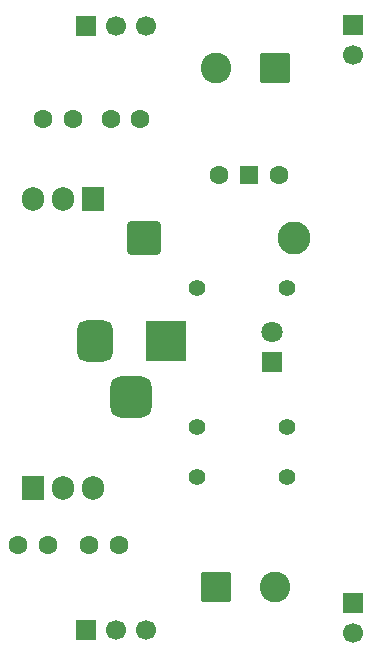
<source format=gbr>
%TF.GenerationSoftware,KiCad,Pcbnew,9.0.7*%
%TF.CreationDate,2026-02-03T15:10:29+02:00*%
%TF.ProjectId,Breadboard_Power_Supply,42726561-6462-46f6-9172-645f506f7765,2*%
%TF.SameCoordinates,Original*%
%TF.FileFunction,Soldermask,Bot*%
%TF.FilePolarity,Negative*%
%FSLAX46Y46*%
G04 Gerber Fmt 4.6, Leading zero omitted, Abs format (unit mm)*
G04 Created by KiCad (PCBNEW 9.0.7) date 2026-02-03 15:10:29*
%MOMM*%
%LPD*%
G01*
G04 APERTURE LIST*
G04 Aperture macros list*
%AMRoundRect*
0 Rectangle with rounded corners*
0 $1 Rounding radius*
0 $2 $3 $4 $5 $6 $7 $8 $9 X,Y pos of 4 corners*
0 Add a 4 corners polygon primitive as box body*
4,1,4,$2,$3,$4,$5,$6,$7,$8,$9,$2,$3,0*
0 Add four circle primitives for the rounded corners*
1,1,$1+$1,$2,$3*
1,1,$1+$1,$4,$5*
1,1,$1+$1,$6,$7*
1,1,$1+$1,$8,$9*
0 Add four rect primitives between the rounded corners*
20,1,$1+$1,$2,$3,$4,$5,0*
20,1,$1+$1,$4,$5,$6,$7,0*
20,1,$1+$1,$6,$7,$8,$9,0*
20,1,$1+$1,$8,$9,$2,$3,0*%
G04 Aperture macros list end*
%ADD10C,1.400000*%
%ADD11RoundRect,0.250001X-1.149999X-1.149999X1.149999X-1.149999X1.149999X1.149999X-1.149999X1.149999X0*%
%ADD12C,2.800000*%
%ADD13C,1.600000*%
%ADD14R,1.700000X1.700000*%
%ADD15C,1.700000*%
%ADD16R,1.500000X1.500000*%
%ADD17R,1.905000X2.000000*%
%ADD18O,1.905000X2.000000*%
%ADD19R,3.500000X3.500000*%
%ADD20RoundRect,0.750000X-0.750000X-1.000000X0.750000X-1.000000X0.750000X1.000000X-0.750000X1.000000X0*%
%ADD21RoundRect,0.875000X-0.875000X-0.875000X0.875000X-0.875000X0.875000X0.875000X-0.875000X0.875000X0*%
%ADD22RoundRect,0.250000X-1.050000X-1.050000X1.050000X-1.050000X1.050000X1.050000X-1.050000X1.050000X0*%
%ADD23C,2.600000*%
%ADD24R,1.800000X1.800000*%
%ADD25C,1.800000*%
%ADD26RoundRect,0.250000X1.050000X1.050000X-1.050000X1.050000X-1.050000X-1.050000X1.050000X-1.050000X0*%
G04 APERTURE END LIST*
D10*
%TO.C,R3*%
X123890000Y-95250000D03*
X131510000Y-95250000D03*
%TD*%
D11*
%TO.C,D1*%
X119430800Y-75031600D03*
D12*
X132130800Y-75031600D03*
%TD*%
D13*
%TO.C,C2*%
X113360200Y-65000000D03*
X110860200Y-65000000D03*
%TD*%
%TO.C,C3*%
X111250000Y-101000000D03*
X108750000Y-101000000D03*
%TD*%
D14*
%TO.C,J7*%
X114475000Y-108200630D03*
D15*
X117015000Y-108200630D03*
X119555000Y-108200630D03*
%TD*%
D14*
%TO.C,J3*%
X137055200Y-57043400D03*
D15*
X137055200Y-59583400D03*
%TD*%
D13*
%TO.C,C4*%
X114750000Y-101000000D03*
X117250000Y-101000000D03*
%TD*%
D16*
%TO.C,SW1*%
X128250000Y-69723000D03*
D13*
X125710000Y-69723000D03*
X130790000Y-69723000D03*
%TD*%
D17*
%TO.C,U1*%
X115040000Y-71750000D03*
D18*
X112500000Y-71750000D03*
X109960000Y-71750000D03*
%TD*%
D19*
%TO.C,J1*%
X121250000Y-83792500D03*
D20*
X115250000Y-83792500D03*
D21*
X118250000Y-88492500D03*
%TD*%
D13*
%TO.C,C1*%
X119080600Y-65000000D03*
X116580600Y-65000000D03*
%TD*%
D10*
%TO.C,R2*%
X123890000Y-91000000D03*
X131510000Y-91000000D03*
%TD*%
D22*
%TO.C,J8*%
X125510000Y-104566500D03*
D23*
X130510000Y-104566500D03*
%TD*%
D14*
%TO.C,J4*%
X137083800Y-105963800D03*
D15*
X137083800Y-108503800D03*
%TD*%
D14*
%TO.C,J5*%
X114475000Y-57077500D03*
D15*
X117015000Y-57077500D03*
X119555000Y-57077500D03*
%TD*%
D17*
%TO.C,U2*%
X109960000Y-96195000D03*
D18*
X112500000Y-96195000D03*
X115040000Y-96195000D03*
%TD*%
D24*
%TO.C,D2*%
X130250000Y-85520000D03*
D25*
X130250000Y-82980000D03*
%TD*%
D10*
%TO.C,R1*%
X123890000Y-79250000D03*
X131510000Y-79250000D03*
%TD*%
D26*
%TO.C,J6*%
X130510000Y-60604400D03*
D23*
X125510000Y-60604400D03*
%TD*%
M02*

</source>
